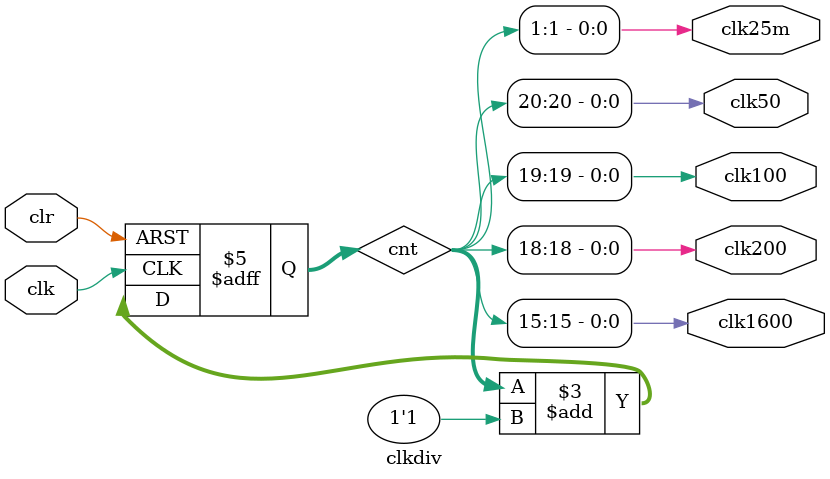
<source format=v>
`timescale 1ns / 1ps
module clkdiv(
    input wire clk,
	input wire clr,
	output wire clk25m,
	output wire clk1600,
	output wire clk200,
	output wire clk100,
	output wire clk50
	);
	
	reg [31:0] cnt;
	
	initial begin
		cnt <= 32'b0;
	end
	
	always @ (posedge clk or posedge clr)
	begin
		if (clr == 1'b1)
		begin
			cnt <= 32'b0;
		end
		else
		begin
			cnt <= cnt + 1'b1;
		end
	end
	
	assign clk50   = cnt[20];
	assign clk100  = cnt[19];
	assign clk200  = cnt[18];
	assign clk1600 = cnt[15];
	assign clk25m  = cnt[ 1];

endmodule

</source>
